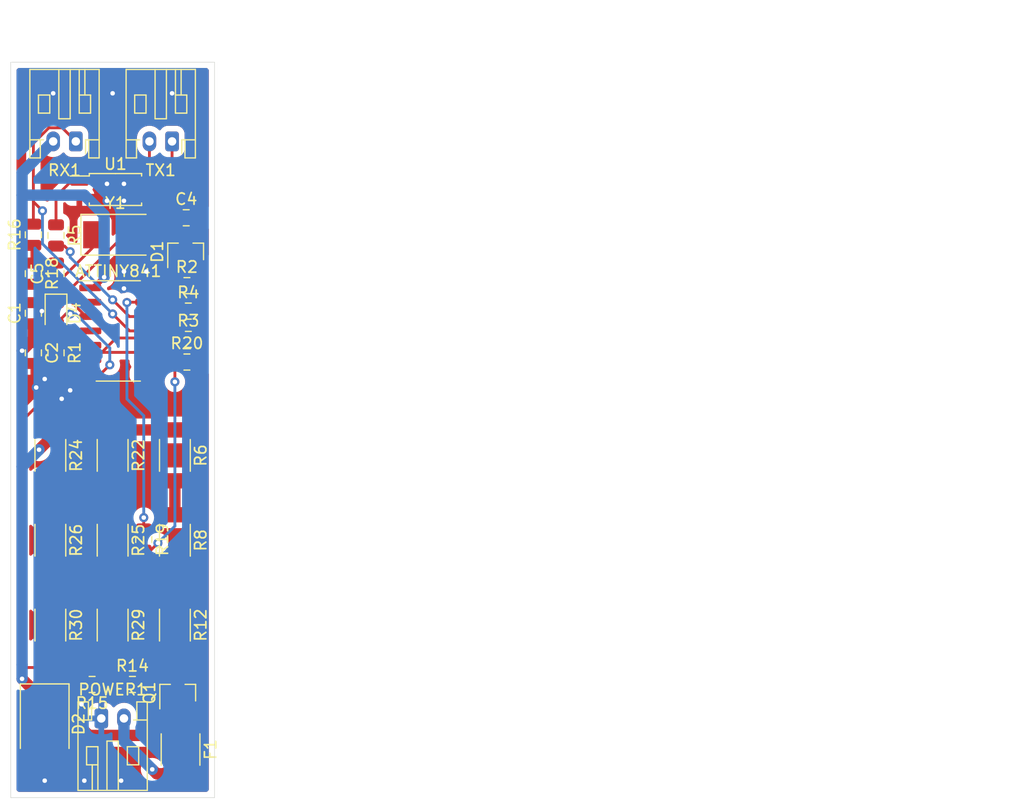
<source format=kicad_pcb>
(kicad_pcb (version 20211014) (generator pcbnew)
  (layers (0 "F.Cu" signal) (31 "B.Cu" signal) (34 "B.Paste" user) (35 "F.Paste" user) (36 "B.SilkS" user "B.Silkscreen") (37 "F.SilkS" user "F.Silkscreen") (38 "B.Mask" user) (39 "F.Mask" user) (44 "Edge.Cuts" user))
  (net 0 "")
  (net 1 "GND")
  (net 2 "VREF")
  (net 3 "TXD0")
  (net 4 "RXD0")
  (net 5 "Net-(ATTINY841-Pad10)")
  (net 6 "SCK")
  (net 7 "MISO")
  (net 8 "Net-(ATTINY841-Pad7)")
  (net 9 "ENABLE")
  (net 10 "DUMP_LOAD_ENABLE")
  (net 11 "Net-(ATTINY841-Pad4)")
  (net 12 "Net-(ATTINY841-Pad3)")
  (net 13 "Net-(ATTINY841-Pad2)")
  (net 14 "VCC")
  (net 15 "Net-(D4-Pad1)")
  (net 16 "Net-(F1-Pad2)")
  (net 17 "Net-(Q1-Pad3)")
  (net 18 "Net-(Q1-Pad1)")
  (net 19 "Net-(R5-Pad1)")
  (net 20 "Net-(R6-Pad2)")
  (net 21 "Net-(R12-Pad1)")
  (net 22 "Net-(R22-Pad2)")
  (net 23 "Net-(R24-Pad2)")
  (net 24 "Net-(R25-Pad2)")
  (net 25 "Net-(R26-Pad2)")
  (net 26 "Net-(TX1-Pad2)")
  (net 27 "Net-(TX1-Pad1)")
  (footprint "Package_SO:SOIC-14_3.9x8.7mm_P1.27mm" (layer "F.Cu") (at 130.5 65.75)
    (fp_text reference "ATTINY841" (at 0 -5.28) (layer "F.SilkS"))
    (fp_text value "ATtiny841-SSU")
    (fp_line (start 0 4.435) (end 1.95 4.435) (layer "F.SilkS") (width 0.12))
    (fp_line (start 0 -4.435) (end -3.45 -4.435) (layer "F.SilkS") (width 0.12))
    (fp_line (start 0 4.435) (end -1.95 4.435) (layer "F.SilkS") (width 0.12))
    (fp_line (start 0 -4.435) (end 1.95 -4.435) (layer "F.SilkS") (width 0.12))
    (pad "1" smd roundrect locked (at -2.475 -3.81) (size 1.95 0.6) (layers "F.Cu" "F.Paste" "F.Mask") (net 14 "VCC"))
    (pad "2" smd roundrect locked (at -2.475 -2.54) (size 1.95 0.6) (layers "F.Cu" "F.Paste" "F.Mask") (net 13 "Net-(ATTINY841-Pad2)"))
    (pad "3" smd roundrect locked (at -2.475 -1.27) (size 1.95 0.6) (layers "F.Cu" "F.Paste" "F.Mask") (net 12 "Net-(ATTINY841-Pad3)"))
    (pad "4" smd roundrect locked (at -2.475 0) (size 1.95 0.6) (layers "F.Cu" "F.Paste" "F.Mask") (net 11 "Net-(ATTINY841-Pad4)"))
    (pad "5" smd roundrect locked (at -2.475 1.27) (size 1.95 0.6) (layers "F.Cu" "F.Paste" "F.Mask") (net 10 "DUMP_LOAD_ENABLE"))
    (pad "6" smd roundrect locked (at -2.475 2.54) (size 1.95 0.6) (layers "F.Cu" "F.Paste" "F.Mask") (net 9 "ENABLE"))
    (pad "7" smd roundrect locked (at -2.475 3.81) (size 1.95 0.6) (layers "F.Cu" "F.Paste" "F.Mask") (net 8 "Net-(ATTINY841-Pad7)"))
    (pad "8" smd roundrect locked (at 2.475 3.81) (size 1.95 0.6) (layers "F.Cu" "F.Paste" "F.Mask") (net 7 "MISO"))
    (pad "9" smd roundrect locked (at 2.475 2.54) (size 1.95 0.6) (layers "F.Cu" "F.Paste" "F.Mask") (net 6 "SCK"))
    (pad "10" smd roundrect locked (at 2.475 1.27) (size 1.95 0.6) (layers "F.Cu" "F.Paste" "F.Mask") (net 5 "Net-(ATTINY841-Pad10)"))
    (pad "11" smd roundrect locked (at 2.475 0) (size 1.95 0.6) (layers "F.Cu" "F.Paste" "F.Mask") (net 4 "RXD0"))
    (pad "12" smd roundrect locked (at 2.475 -1.27) (size 1.95 0.6) (layers "F.Cu" "F.Paste" "F.Mask") (net 3 "TXD0"))
    (pad "13" smd roundrect locked (at 2.475 -2.54) (size 1.95 0.6) (layers "F.Cu" "F.Paste" "F.Mask") (net 2 "VREF"))
    (pad "14" smd roundrect locked (at 2.475 -3.81) (size 1.95 0.6) (layers "F.Cu" "F.Paste" "F.Mask") (net 1 "GND"))
  )
  (footprint "Capacitor_SMD:C_0805_2012Metric" (layer "F.Cu") (at 123 64.1875 90)
    (fp_text reference "C1" (at 0 -1.65 90) (layer "F.SilkS"))
    (fp_text value "100nF")
    (fp_line (start -0.258578 -0.71) (end 0.258578 -0.71) (layer "F.SilkS") (width 0.12))
    (fp_line (start -0.258578 0.71) (end 0.258578 0.71) (layer "F.SilkS") (width 0.12))
    (pad "1" smd roundrect locked (at -0.9375 0 90) (size 0.975 1.4) (layers "F.Cu" "F.Paste" "F.Mask") (net 14 "VCC"))
    (pad "2" smd roundrect locked (at 0.9375 0 90) (size 0.975 1.4) (layers "F.Cu" "F.Paste" "F.Mask") (net 1 "GND"))
  )
  (footprint "Capacitor_SMD:C_0805_2012Metric" (layer "F.Cu") (at 123 67.6875 -90)
    (fp_text reference "C2" (at 0 -1.65 90) (layer "F.SilkS"))
    (fp_text value "1uF")
    (fp_line (start -0.258578 0.71) (end 0.258578 0.71) (layer "F.SilkS") (width 0.12))
    (fp_line (start -0.258578 -0.71) (end 0.258578 -0.71) (layer "F.SilkS") (width 0.12))
    (pad "1" smd roundrect locked (at -0.9375 0 270) (size 0.975 1.4) (layers "F.Cu" "F.Paste" "F.Mask") (net 14 "VCC"))
    (pad "2" smd roundrect locked (at 0.9375 0 270) (size 0.975 1.4) (layers "F.Cu" "F.Paste" "F.Mask") (net 1 "GND"))
  )
  (footprint "Capacitor_SMD:C_0805_2012Metric" (layer "F.Cu") (at 125 60.6875 90)
    (fp_text reference "C5" (at 0 -1.65 90) (layer "F.SilkS"))
    (fp_text value "22pF")
    (fp_line (start -0.258578 -0.71) (end 0.258578 -0.71) (layer "F.SilkS") (width 0.12))
    (fp_line (start -0.258578 0.71) (end 0.258578 0.71) (layer "F.SilkS") (width 0.12))
    (pad "1" smd roundrect locked (at -0.9375 0 90) (size 0.975 1.4) (layers "F.Cu" "F.Paste" "F.Mask") (net 12 "Net-(ATTINY841-Pad3)"))
    (pad "2" smd roundrect locked (at 0.9375 0 90) (size 0.975 1.4) (layers "F.Cu" "F.Paste" "F.Mask") (net 1 "GND"))
  )
  (footprint "Package_TO_SOT_SMD:SOT-23" (layer "F.Cu") (at 136.45 58.75 90)
    (fp_text reference "D1" (at 0 -2.5 90) (layer "F.SilkS"))
    (fp_text value "AZ432ANTR-E1")
    (fp_line (start 0.76 -1.58) (end 0.76 -0.65) (layer "F.SilkS") (width 0.12))
    (fp_line (start 0.76 -1.58) (end -1.4 -1.58) (layer "F.SilkS") (width 0.12))
    (fp_line (start 0.76 1.58) (end -0.7 1.58) (layer "F.SilkS") (width 0.12))
    (fp_line (start 0.76 1.58) (end 0.76 0.65) (layer "F.SilkS") (width 0.12))
    (pad "1" smd rect locked (at -1 -0.95 90) (size 0.9 0.8) (layers "F.Cu" "F.Paste" "F.Mask") (net 2 "VREF"))
    (pad "2" smd rect locked (at -1 0.95 90) (size 0.9 0.8) (layers "F.Cu" "F.Paste" "F.Mask") (net 2 "VREF"))
    (pad "3" smd rect locked (at 1 0 90) (size 0.9 0.8) (layers "F.Cu" "F.Paste" "F.Mask") (net 1 "GND"))
  )
  (footprint "Diode_SMD:D_SMB" (layer "F.Cu") (at 124 100.5 -90)
    (fp_text reference "D2" (at 0 -3 90) (layer "F.SilkS"))
    (fp_text value "SMBJ5.0A")
    (fp_line (start -3.55 -2.15) (end -3.55 2.15) (layer "F.SilkS") (width 0.12))
    (fp_line (start -3.55 2.15) (end 2.15 2.15) (layer "F.SilkS") (width 0.12))
    (fp_line (start -3.55 -2.15) (end 2.15 -2.15) (layer "F.SilkS") (width 0.12))
    (pad "1" smd rect locked (at -2.15 0 270) (size 2.5 2.3) (layers "F.Cu" "F.Paste" "F.Mask") (net 14 "VCC"))
    (pad "2" smd rect locked (at 2.15 0 270) (size 2.5 2.3) (layers "F.Cu" "F.Paste" "F.Mask") (net 1 "GND"))
  )
  (footprint "Fuse:Fuse_1812_4532Metric" (layer "F.Cu") (at 136 102.75 -90)
    (fp_text reference "F1" (at 0 -2.65 90) (layer "F.SilkS"))
    (fp_text value "mSMD150")
    (fp_line (start -1.386252 1.71) (end 1.386252 1.71) (layer "F.SilkS") (width 0.12))
    (fp_line (start -1.386252 -1.71) (end 1.386252 -1.71) (layer "F.SilkS") (width 0.12))
    (pad "1" smd roundrect locked (at -2.1375 0 270) (size 1.125 3.4) (layers "F.Cu" "F.Paste" "F.Mask") (roundrect_rratio 0.222222) (net 14 "VCC"))
    (pad "2" smd roundrect locked (at 2.1375 0 270) (size 1.125 3.4) (layers "F.Cu" "F.Paste" "F.Mask") (roundrect_rratio 0.222222) (net 16 "Net-(F1-Pad2)"))
  )
  (footprint "Connector_JST:JST_PH_S2B-PH-K_1x02_P2.00mm_Horizontal" (layer "F.Cu") (at 129 100)
    (fp_text reference "POWER1" (at 1 -2.55) (layer "F.SilkS"))
    (fp_text value "Battery")
    (fp_line (start -1.3 2.5) (end -1.3 4.1) (layer "F.SilkS") (width 0.12))
    (fp_line (start -1.3 4.1) (end -0.3 4.1) (layer "F.SilkS") (width 0.12))
    (fp_line (start -1.14 0.14) (end -1.14 -1.46) (layer "F.SilkS") (width 0.12))
    (fp_line (start -2.06 0.14) (end -1.14 0.14) (layer "F.SilkS") (width 0.12))
    (fp_line (start -0.3 4.1) (end -0.3 6.36) (layer "F.SilkS") (width 0.12))
    (fp_line (start 0.5 6.36) (end 0.5 2) (layer "F.SilkS") (width 0.12))
    (fp_line (start -0.3 2.5) (end -1.3 2.5) (layer "F.SilkS") (width 0.12))
    (fp_line (start 0.5 2) (end 1.5 2) (layer "F.SilkS") (width 0.12))
    (fp_line (start -2.06 -1.46) (end -2.06 6.36) (layer "F.SilkS") (width 0.12))
    (fp_line (start 2.3 4.1) (end 2.3 2.5) (layer "F.SilkS") (width 0.12))
    (fp_line (start -0.8 4.1) (end -0.8 6.36) (layer "F.SilkS") (width 0.12))
    (fp_line (start -0.86 0.14) (end -0.86 -1.075) (layer "F.SilkS") (width 0.12))
    (fp_line (start -2.06 6.36) (end 4.06 6.36) (layer "F.SilkS") (width 0.12))
    (fp_line (start 2.3 2.5) (end 3.3 2.5) (layer "F.SilkS") (width 0.12))
    (fp_line (start 3.14 0.14) (end 2.86 0.14) (layer "F.SilkS") (width 0.12))
    (fp_line (start 4.06 0.14) (end 3.14 0.14) (layer "F.SilkS") (width 0.12))
    (fp_line (start 3.14 -1.46) (end 3.14 0.14) (layer "F.SilkS") (width 0.12))
    (fp_line (start 1.5 2) (end 1.5 6.36) (layer "F.SilkS") (width 0.12))
    (fp_line (start 4.06 6.36) (end 4.06 -1.46) (layer "F.SilkS") (width 0.12))
    (fp_line (start -1.14 -1.46) (end -2.06 -1.46) (layer "F.SilkS") (width 0.12))
    (fp_line (start -0.3 4.1) (end -0.3 2.5) (layer "F.SilkS") (width 0.12))
    (fp_line (start 3.3 2.5) (end 3.3 4.1) (layer "F.SilkS") (width 0.12))
    (fp_line (start 3.3 4.1) (end 2.3 4.1) (layer "F.SilkS") (width 0.12))
    (fp_line (start -0.86 0.14) (end -1.14 0.14) (layer "F.SilkS") (width 0.12))
    (fp_line (start 4.06 -1.46) (end 3.14 -1.46) (layer "F.SilkS") (width 0.12))
    (pad "1" thru_hole roundrect locked (at 0 0) (size 1.2 1.75) (drill 0.75) (layers *.Cu *.Mask) (roundrect_rratio 0.208333) (net 1 "GND"))
    (pad "2" thru_hole oval locked (at 2 0) (size 1.2 1.75) (drill 0.75) (layers *.Cu *.Mask) (net 16 "Net-(F1-Pad2)"))
  )
  (footprint "Package_TO_SOT_SMD:SOT-23" (layer "F.Cu") (at 135.75 97.75 90)
    (fp_text reference "Q1" (at 0 -2.5 90) (layer "F.SilkS"))
    (fp_text value "AO3400A")
    (fp_line (start 0.76 -1.58) (end 0.76 -0.65) (layer "F.SilkS") (width 0.12))
    (fp_line (start 0.76 1.58) (end 0.76 0.65) (layer "F.SilkS") (width 0.12))
    (fp_line (start 0.76 -1.58) (end -1.4 -1.58) (layer "F.SilkS") (width 0.12))
    (fp_line (start 0.76 1.58) (end -0.7 1.58) (layer "F.SilkS") (width 0.12))
    (pad "1" smd rect locked (at -1 -0.95 90) (size 0.9 0.8) (layers "F.Cu" "F.Paste" "F.Mask") (net 18 "Net-(Q1-Pad1)"))
    (pad "2" smd rect locked (at -1 0.95 90) (size 0.9 0.8) (layers "F.Cu" "F.Paste" "F.Mask") (net 1 "GND"))
    (pad "3" smd rect locked (at 1 0 90) (size 0.9 0.8) (layers "F.Cu" "F.Paste" "F.Mask") (net 17 "Net-(Q1-Pad3)"))
  )
  (footprint "Resistor_SMD:R_0805_2012Metric" (layer "F.Cu") (at 125 67.6875 -90)
    (fp_text reference "R1" (at 0 -1.65 90) (layer "F.SilkS"))
    (fp_text value "10KOHMS")
    (fp_line (start -0.258578 0.71) (end 0.258578 0.71) (layer "F.SilkS") (width 0.12))
    (fp_line (start -0.258578 -0.71) (end 0.258578 -0.71) (layer "F.SilkS") (width 0.12))
    (pad "1" smd roundrect locked (at -0.9375 0 270) (size 0.975 1.4) (layers "F.Cu" "F.Paste" "F.Mask") (net 14 "VCC"))
    (pad "2" smd roundrect locked (at 0.9375 0 270) (size 0.975 1.4) (layers "F.Cu" "F.Paste" "F.Mask") (net 11 "Net-(ATTINY841-Pad4)"))
  )
  (footprint "Resistor_SMD:R_0805_2012Metric" (layer "F.Cu") (at 136.5625 61.75)
    (fp_text reference "R2" (at 0 -1.65) (layer "F.SilkS"))
    (fp_text value "1KOHMS")
    (fp_line (start -0.258578 -0.71) (end 0.258578 -0.71) (layer "F.SilkS") (width 0.12))
    (fp_line (start -0.258578 0.71) (end 0.258578 0.71) (layer "F.SilkS") (width 0.12))
    (pad "1" smd roundrect locked (at -0.9375 0) (size 0.975 1.4) (layers "F.Cu" "F.Paste" "F.Mask") (net 9 "ENABLE"))
    (pad "2" smd roundrect locked (at 0.9375 0) (size 0.975 1.4) (layers "F.Cu" "F.Paste" "F.Mask") (net 2 "VREF"))
  )
  (footprint "Resistor_SMD:R_0805_2012Metric" (layer "F.Cu") (at 136.6875 66.5)
    (fp_text reference "R3" (at 0 -1.65) (layer "F.SilkS"))
    (fp_text value "6.8K")
    (fp_line (start -0.258578 0.71) (end 0.258578 0.71) (layer "F.SilkS") (width 0.12))
    (fp_line (start -0.258578 -0.71) (end 0.258578 -0.71) (layer "F.SilkS") (width 0.12))
    (pad "1" smd roundrect locked (at -0.9375 0) (size 0.975 1.4) (layers "F.Cu" "F.Paste" "F.Mask") (net 9 "ENABLE"))
    (pad "2" smd roundrect locked (at 0.9375 0) (size 0.975 1.4) (layers "F.Cu" "F.Paste" "F.Mask") (net 5 "Net-(ATTINY841-Pad10)"))
  )
  (footprint "Resistor_SMD:R_0805_2012Metric" (layer "F.Cu") (at 136.6875 64)
    (fp_text reference "R4" (at 0 -1.65) (layer "F.SilkS"))
    (fp_text value "2.7K")
    (fp_line (start -0.258578 0.71) (end 0.258578 0.71) (layer "F.SilkS") (width 0.12))
    (fp_line (start -0.258578 -0.71) (end 0.258578 -0.71) (layer "F.SilkS") (width 0.12))
    (pad "1" smd roundrect locked (at -0.9375 0) (size 0.975 1.4) (layers "F.Cu" "F.Paste" "F.Mask") (net 5 "Net-(ATTINY841-Pad10)"))
    (pad "2" smd roundrect locked (at 0.9375 0) (size 0.975 1.4) (layers "F.Cu" "F.Paste" "F.Mask") (net 1 "GND"))
  )
  (footprint "Resistor_SMD:R_0805_2012Metric" (layer "F.Cu") (at 125 57.3125 -90)
    (fp_text reference "R5" (at 0 -1.65 90) (layer "F.SilkS"))
    (fp_text value "220OHMS")
    (fp_line (start -0.258578 -0.71) (end 0.258578 -0.71) (layer "F.SilkS") (width 0.12))
    (fp_line (start -0.258578 0.71) (end 0.258578 0.71) (layer "F.SilkS") (width 0.12))
    (pad "1" smd roundrect locked (at -0.9375 0 270) (size 0.975 1.4) (layers "F.Cu" "F.Paste" "F.Mask") (net 19 "Net-(R5-Pad1)"))
    (pad "2" smd roundrect locked (at 0.9375 0 270) (size 0.975 1.4) (layers "F.Cu" "F.Paste" "F.Mask") (net 3 "TXD0"))
  )
  (footprint "Resistor_SMD:R_2010_5025Metric" (layer "F.Cu") (at 135.5 84.25 -90)
    (fp_text reference "R8" (at 0 -2.28 90) (layer "F.SilkS"))
    (fp_text value "3.3OHM 3/4W")
    (fp_line (start -1.402064 -1.36) (end 1.402064 -1.36) (layer "F.SilkS") (width 0.12))
    (fp_line (start -1.402064 1.36) (end 1.402064 1.36) (layer "F.SilkS") (width 0.12))
    (pad "1" smd roundrect locked (at -2.25 0 270) (size 1.35 2.65) (layers "F.Cu" "F.Paste" "F.Mask") (roundrect_rratio 0.185185) (net 20 "Net-(R6-Pad2)"))
    (pad "2" smd roundrect locked (at 2.25 0 270) (size 1.35 2.65) (layers "F.Cu" "F.Paste" "F.Mask") (roundrect_rratio 0.185185) (net 21 "Net-(R12-Pad1)"))
  )
  (footprint "Resistor_SMD:R_2010_5025Metric" (layer "F.Cu") (at 135.5 91.75 -90)
    (fp_text reference "R12" (at 0 -2.28 90) (layer "F.SilkS"))
    (fp_text value "3.3OHM 3/4W")
    (fp_line (start -1.402064 1.36) (end 1.402064 1.36) (layer "F.SilkS") (width 0.12))
    (fp_line (start -1.402064 -1.36) (end 1.402064 -1.36) (layer "F.SilkS") (width 0.12))
    (pad "1" smd roundrect locked (at -2.25 0 270) (size 1.35 2.65) (layers "F.Cu" "F.Paste" "F.Mask") (roundrect_rratio 0.185185) (net 21 "Net-(R12-Pad1)"))
    (pad "2" smd roundrect locked (at 2.25 0 270) (size 1.35 2.65) (layers "F.Cu" "F.Paste" "F.Mask") (roundrect_rratio 0.185185) (net 17 "Net-(Q1-Pad3)"))
  )
  (footprint "Resistor_SMD:R_0805_2012Metric" (layer "F.Cu") (at 131.75 97)
    (fp_text reference "R14" (at 0 -1.65) (layer "F.SilkS"))
    (fp_text value "510OHMS")
    (fp_line (start -0.258578 0.71) (end 0.258578 0.71) (layer "F.SilkS") (width 0.12))
    (fp_line (start -0.258578 -0.71) (end 0.258578 -0.71) (layer "F.SilkS") (width 0.12))
    (pad "1" smd roundrect locked (at -0.9375 0) (size 0.975 1.4) (layers "F.Cu" "F.Paste" "F.Mask") (net 18 "Net-(Q1-Pad1)"))
    (pad "2" smd roundrect locked (at 0.9375 0) (size 0.975 1.4) (layers "F.Cu" "F.Paste" "F.Mask") (net 10 "DUMP_LOAD_ENABLE"))
  )
  (footprint "Resistor_SMD:R_0805_2012Metric" (layer "F.Cu") (at 128.1875 97 180)
    (fp_text reference "R15" (at 0 -1.65) (layer "F.SilkS"))
    (fp_text value "10KOHMS")
    (fp_line (start -0.258578 -0.71) (end 0.258578 -0.71) (layer "F.SilkS") (width 0.12))
    (fp_line (start -0.258578 0.71) (end 0.258578 0.71) (layer "F.SilkS") (width 0.12))
    (pad "1" smd roundrect locked (at -0.9375 0 180) (size 0.975 1.4) (layers "F.Cu" "F.Paste" "F.Mask") (net 18 "Net-(Q1-Pad1)"))
    (pad "2" smd roundrect locked (at 0.9375 0 180) (size 0.975 1.4) (layers "F.Cu" "F.Paste" "F.Mask") (net 1 "GND"))
  )
  (footprint "Resistor_SMD:R_0805_2012Metric" (layer "F.Cu") (at 123 57.25 90)
    (fp_text reference "R16" (at 0 -1.65 90) (layer "F.SilkS"))
    (fp_text value "4.7KOHMS")
    (fp_line (start -0.258578 0.71) (end 0.258578 0.71) (layer "F.SilkS") (width 0.12))
    (fp_line (start -0.258578 -0.71) (end 0.258578 -0.71) (layer "F.SilkS") (width 0.12))
    (pad "1" smd roundrect locked (at -0.9375 0 90) (size 0.975 1.4) (layers "F.Cu" "F.Paste" "F.Mask") (net 1 "GND"))
    (pad "2" smd roundrect locked (at 0.9375 0 90) (size 0.975 1.4) (layers "F.Cu" "F.Paste" "F.Mask") (net 4 "RXD0"))
  )
  (footprint "Resistor_SMD:R_0805_2012Metric" (layer "F.Cu") (at 123 60.6875 -90)
    (fp_text reference "R18" (at 0 -1.65 90) (layer "F.SilkS"))
    (fp_text value "2.2KOHMS")
    (fp_line (start -0.258578 -0.71) (end 0.258578 -0.71) (layer "F.SilkS") (width 0.12))
    (fp_line (start -0.258578 0.71) (end 0.258578 0.71) (layer "F.SilkS") (width 0.12))
    (pad "1" smd roundrect locked (at -0.9375 0 270) (size 0.975 1.4) (layers "F.Cu" "F.Paste" "F.Mask") (net 1 "GND"))
    (pad "2" smd roundrect locked (at 0.9375 0 270) (size 0.975 1.4) (layers "F.Cu" "F.Paste" "F.Mask") (net 15 "Net-(D4-Pad1)"))
  )
  (footprint "Resistor_SMD:R_0805_2012Metric" (layer "F.Cu") (at 132.75 84.1875 -90)
    (fp_text reference "R19" (at 0 -1.65 90) (layer "F.SilkS"))
    (fp_text value "CMFB103F3950FANT")
    (fp_line (start -0.258578 -0.71) (end 0.258578 -0.71) (layer "F.SilkS") (width 0.12))
    (fp_line (start -0.258578 0.71) (end 0.258578 0.71) (layer "F.SilkS") (width 0.12))
    (pad "1" smd roundrect locked (at -0.9375 0 270) (size 0.975 1.4) (layers "F.Cu" "F.Paste" "F.Mask") (net 2 "VREF"))
    (pad "2" smd roundrect locked (at 0.9375 0 270) (size 0.975 1.4) (layers "F.Cu" "F.Paste" "F.Mask") (net 6 "SCK"))
  )
  (footprint "Resistor_SMD:R_0805_2012Metric" (layer "F.Cu") (at 136.5625 68.5)
    (fp_text reference "R20" (at 0 -1.65) (layer "F.SilkS"))
    (fp_text value "10KOHMS")
    (fp_line (start -0.258578 -0.71) (end 0.258578 -0.71) (layer "F.SilkS") (width 0.12))
    (fp_line (start -0.258578 0.71) (end 0.258578 0.71) (layer "F.SilkS") (width 0.12))
    (pad "1" smd roundrect locked (at -0.9375 0) (size 0.975 1.4) (layers "F.Cu" "F.Paste" "F.Mask") (net 6 "SCK"))
    (pad "2" smd roundrect locked (at 0.9375 0) (size 0.975 1.4) (layers "F.Cu" "F.Paste" "F.Mask") (net 1 "GND"))
  )
  (footprint "Resistor_SMD:R_2010_5025Metric" (layer "F.Cu") (at 130 84.25 -90)
    (fp_text reference "R25" (at 0 -2.28 90) (layer "F.SilkS"))
    (fp_text value "3.3OHM 3/4W")
    (fp_line (start -1.402064 -1.36) (end 1.402064 -1.36) (layer "F.SilkS") (width 0.12))
    (fp_line (start -1.402064 1.36) (end 1.402064 1.36) (layer "F.SilkS") (width 0.12))
    (pad "1" smd roundrect locked (at -2.25 0 270) (size 1.35 2.65) (layers "F.Cu" "F.Paste" "F.Mask") (roundrect_rratio 0.185185) (net 22 "Net-(R22-Pad2)"))
    (pad "2" smd roundrect locked (at 2.25 0 270) (size 1.35 2.65) (layers "F.Cu" "F.Paste" "F.Mask") (roundrect_rratio 0.185185) (net 24 "Net-(R25-Pad2)"))
  )
  (footprint "Resistor_SMD:R_2010_5025Metric" (layer "F.Cu") (at 124.5 84.25 -90)
    (fp_text reference "R26" (at 0 -2.28 90) (layer "F.SilkS"))
    (fp_text value "3.3OHM 3/4W")
    (fp_line (start -1.402064 1.36) (end 1.402064 1.36) (layer "F.SilkS") (width 0.12))
    (fp_line (start -1.402064 -1.36) (end 1.402064 -1.36) (layer "F.SilkS") (width 0.12))
    (pad "1" smd roundrect locked (at -2.25 0 270) (size 1.35 2.65) (layers "F.Cu" "F.Paste" "F.Mask") (roundrect_rratio 0.185185) (net 23 "Net-(R24-Pad2)"))
    (pad "2" smd roundrect locked (at 2.25 0 270) (size 1.35 2.65) (layers "F.Cu" "F.Paste" "F.Mask") (roundrect_rratio 0.185185) (net 25 "Net-(R26-Pad2)"))
  )
  (footprint "Resistor_SMD:R_2010_5025Metric" (layer "F.Cu") (at 130 91.75 -90)
    (fp_text reference "R29" (at 0 -2.28 90) (layer "F.SilkS"))
    (fp_text value "3.3OHM 3/4W")
    (fp_line (start -1.402064 -1.36) (end 1.402064 -1.36) (layer "F.SilkS") (width 0.12))
    (fp_line (start -1.402064 1.36) (end 1.402064 1.36) (layer "F.SilkS") (width 0.12))
    (pad "1" smd roundrect locked (at -2.25 0 270) (size 1.35 2.65) (layers "F.Cu" "F.Paste" "F.Mask") (roundrect_rratio 0.185185) (net 24 "Net-(R25-Pad2)"))
    (pad "2" smd roundrect locked (at 2.25 0 270) (size 1.35 2.65) (layers "F.Cu" "F.Paste" "F.Mask") (roundrect_rratio 0.185185) (net 17 "Net-(Q1-Pad3)"))
  )
  (footprint "Resistor_SMD:R_2010_5025Metric" (layer "F.Cu") (at 124.5 91.75 -90)
    (fp_text reference "R30" (at 0 -2.28 90) (layer "F.SilkS"))
    (fp_text value "3.3OHM 3/4W")
    (fp_line (start -1.402064 -1.36) (end 1.402064 -1.36) (layer "F.SilkS") (width 0.12))
    (fp_line (start -1.402064 1.36) (end 1.402064 1.36) (layer "F.SilkS") (width 0.12))
    (pad "1" smd roundrect locked (at -2.25 0 270) (size 1.35 2.65) (layers "F.Cu" "F.Paste" "F.Mask") (roundrect_rratio 0.185185) (net 25 "Net-(R26-Pad2)"))
    (pad "2" smd roundrect locked (at 2.25 0 270) (size 1.35 2.65) (layers "F.Cu" "F.Paste" "F.Mask") (roundrect_rratio 0.185185) (net 17 "Net-(Q1-Pad3)"))
  )
  (footprint "Connector_JST:JST_PH_S2B-PH-K_1x02_P2.00mm_Horizontal" (layer "F.Cu") (at 126.75 49 180)
    (fp_text reference "RX1" (at 1 -2.55) (layer "F.SilkS"))
    (fp_text value "RX Connector")
    (fp_line (start 2.3 2.5) (end 3.3 2.5) (layer "F.SilkS") (width 0.12))
    (fp_line (start -1.3 4.1) (end -0.3 4.1) (layer "F.SilkS") (width 0.12))
    (fp_line (start -0.3 4.1) (end -0.3 6.36) (layer "F.SilkS") (width 0.12))
    (fp_line (start -1.14 -1.46) (end -2.06 -1.46) (layer "F.SilkS") (width 0.12))
    (fp_line (start -0.86 0.14) (end -1.14 0.14) (layer "F.SilkS") (width 0.12))
    (fp_line (start -0.3 4.1) (end -0.3 2.5) (layer "F.SilkS") (width 0.12))
    (fp_line (start -0.86 0.14) (end -0.86 -1.075) (layer "F.SilkS") (width 0.12))
    (fp_line (start -2.06 -1.46) (end -2.06 6.36) (layer "F.SilkS") (width 0.12))
    (fp_line (start 4.06 6.36) (end 4.06 -1.46) (layer "F.SilkS") (width 0.12))
    (fp_line (start 0.5 2) (end 1.5 2) (layer "F.SilkS") (width 0.12))
    (fp_line (start -2.06 0.14) (end -1.14 0.14) (layer "F.SilkS") (width 0.12))
    (fp_line (start 1.5 2) (end 1.5 6.36) (layer "F.SilkS") (width 0.12))
    (fp_line (start 2.3 4.1) (end 2.3 2.5) (layer "F.SilkS") (width 0.12))
    (fp_line (start -1.3 2.5) (end -1.3 4.1) (layer "F.SilkS") (width 0.12))
    (fp_line (start 3.3 4.1) (end 2.3 4.1) (layer "F.SilkS") (width 0.12))
    (fp_line (start -1.14 0.14) (end -1.14 -1.46) (layer "F.SilkS") (width 0.12))
    (fp_line (start 4.06 -1.46) (end 3.14 -1.46) (layer "F.SilkS") (width 0.12))
    (fp_line (start 3.14 -1.46) (end 3.14 0.14) (layer "F.SilkS") (width 0.12))
    (fp_line (start -2.06 6.36) (end 4.06 6.36) (layer "F.SilkS") (width 0.12))
    (fp_line (start 4.06 0.14) (end 3.14 0.14) (layer "F.SilkS") (width 0.12))
    (fp_line (start 3.14 0.14) (end 2.86 0.14) (layer "F.SilkS") (width 0.12))
    (fp_line (start -0.8 4.1) (end -0.8 6.36) (layer "F.SilkS") (width 0.12))
    (fp_line (start 0.5 6.36) (end 0.5 2) (layer "F.SilkS") (width 0.12))
    (fp_line (start -0.3 2.5) (end -1.3 2.5) (layer "F.SilkS") (width 0.12))
    (fp_line (start 3.3 2.5) (end 3.3 4.1) (layer "F.SilkS") (width 0.12))
    (pad "1" thru_hole roundrect locked (at 0 0 180) (size 1.2 1.75) (drill 0.75) (layers *.Cu *.Mask) (roundrect_rratio 0.208333) (net 4 "RXD0"))
    (pad "2" thru_hole oval locked (at 2 0 180) (size 1.2 1.75) (drill 0.75) (layers *.Cu *.Mask) (net 14 "VCC"))
  )
  (footprint "Connector_JST:JST_PH_S2B-PH-K_1x02_P2.00mm_Horizontal" (layer "F.Cu") (at 135.25 49 180)
    (fp_text reference "TX1" (at 1 -2.55) (layer "F.SilkS"))
    (fp_text value "TX Connector")
    (fp_line (start -0.86 0.14) (end -1.14 0.14) (layer "F.SilkS") (width 0.12))
    (fp_line (start 0.5 6.36) (end 0.5 2) (layer "F.SilkS") (width 0.12))
    (fp_line (start -2.06 6.36) (end 4.06 6.36) (layer "F.SilkS") (width 0.12))
    (fp_line (start -1.3 4.1) (end -0.3 4.1) (layer "F.SilkS") (width 0.12))
    (fp_line (start 3.14 -1.46) (end 3.14 0.14) (layer "F.SilkS") (width 0.12))
    (fp_line (start 4.06 6.36) (end 4.06 -1.46) (layer "F.SilkS") (width 0.12))
    (fp_line (start -2.06 0.14) (end -1.14 0.14) (layer "F.SilkS") (width 0.12))
    (fp_line (start 2.3 2.5) (end 3.3 2.5) (layer "F.SilkS") (width 0.12))
    (fp_line (start 4.06 -1.46) (end 3.14 -1.46) (layer "F.SilkS") (width 0.12))
    (fp_line (start -0.3 2.5) (end -1.3 2.5) (layer "F.SilkS") (width 0.12))
    (fp_line (start -0.3 4.1) (end -0.3 2.5) (layer "F.SilkS") (width 0.12))
    (fp_line (start -1.14 0.14) (end -1.14 -1.46) (layer "F.SilkS") (width 0.12))
    (fp_line (start -1.3 2.5) (end -1.3 4.1) (layer "F.SilkS") (width 0.12))
    (fp_line (start 3.3 2.5) (end 3.3 4.1) (layer "F.SilkS") (width 0.12))
    (fp_line (start 4.06 0.14) (end 3.14 0.14) (layer "F.SilkS") (width 0.12))
    (fp_line (start 3.14 0.14) (end 2.86 0.14) (layer "F.SilkS") (width 0.12))
    (fp_line (start 0.5 2) (end 1.5 2) (layer "F.SilkS") (width 0.12))
    (fp_line (start 1.5 2) (end 1.5 6.36) (layer "F.SilkS") (width 0.12))
    (fp_line (start -0.8 4.1) (end -0.8 6.36) (layer "F.SilkS") (width 0.12))
    (fp_line (start -1.14 -1.46) (end -2.06 -1.46) (layer "F.SilkS") (width 0.12))
    (fp_line (start -0.86 0.14) (end -0.86 -1.075) (layer "F.SilkS") (width 0.12))
    (fp_line (start 3.3 4.1) (end 2.3 4.1) (layer "F.SilkS") (width 0.12))
    (fp_line (start -0.3 4.1) (end -0.3 6.36) (layer "F.SilkS") (width 0.12))
    (fp_line (start 2.3 4.1) (end 2.3 2.5) (layer "F.SilkS") (width 0.12))
    (fp_line (start -2.06 -1.46) (end -2.06 6.36) (layer "F.SilkS") (width 0.12))
    (pad "1" thru_hole roundrect locked (at 0 0 180) (size 1.2 1.75) (drill 0.75) (layers *.Cu *.Mask) (roundrect_rratio 0.208333) (net 27 "Net-(TX1-Pad1)"))
    (pad "2" thru_hole oval locked (at 2 0 180) (size 1.2 1.75) (drill 0.75) (layers *.Cu *.Mask) (net 26 "Net-(TX1-Pad2)"))
  )
  (footprint "Crystal:Crystal_SMD_5032-2Pin_5.0x3.2mm" (layer "F.Cu") (at 130.25 57.25)
    (fp_text reference "Y1" (at 0 -2.8) (layer "F.SilkS"))
    (fp_text value "8MHZ Ceramic Resonator")
    (fp_line (start -3.05 -1.8) (end -3.05 1.8) (layer "F.SilkS") (width 0.12))
    (fp_line (start -3.05 1.8) (end 2.7 1.8) (layer "F.SilkS") (width 0.12))
    (fp_line (start 2.7 -1.8) (end -3.05 -1.8) (layer "F.SilkS") (width 0.12))
    (pad "1" smd rect locked (at -1.85 0) (size 2 2.4) (layers "F.Cu" "F.Paste" "F.Mask") (net 12 "Net-(ATTINY841-Pad3)"))
    (pad "2" smd rect locked (at 1.85 0) (size 2 2.4) (layers "F.Cu" "F.Paste" "F.Mask") (net 13 "Net-(ATTINY841-Pad2)"))
  )
  (footprint "LED_SMD:LED_0805_2012Metric" (layer "F.Cu") (at 125 64.1875 -90)
    (fp_text reference "D4" (at 0 -1.65 90) (layer "F.SilkS"))
    (fp_text value "Blue")
    (fp_line (start -1.685 0.96) (end 1 0.96) (layer "F.SilkS") (width 0.12))
    (fp_line (start -1.685 -0.96) (end -1.685 0.96) (layer "F.SilkS") (width 0.12))
    (fp_line (start 1 -0.96) (end -1.685 -0.96) (layer "F.SilkS") (width 0.12))
    (pad "1" smd roundrect locked (at -0.9375 0 270) (size 0.975 1.4) (layers "F.Cu" "F.Paste" "F.Mask") (net 15 "Net-(D4-Pad1)"))
    (pad "2" smd roundrect locked (at 0.9375 0 270) (size 0.975 1.4) (layers "F.Cu" "F.Paste" "F.Mask") (net 8 "Net-(ATTINY841-Pad7)"))
  )
  (footprint "Package_SO:SOP-4_4.4x2.6mm_P1.27mm" (layer "F.Cu") (at 130.25 53.25)
    (fp_text reference "U1" (at 0 -2.25) (layer "F.SilkS"))
    (fp_text value "EL3H7(B)(TA)-G")
    (fp_line (start 0 1.41) (end 2.31 1.41) (layer "F.SilkS") (width 0.12))
    (fp_line (start 0 1.41) (end -2.31 1.41) (layer "F.SilkS") (width 0.12))
    (fp_line (start -2.31 -1.41) (end -2.31 -1.195) (layer "F.SilkS") (width 0.12))
    (fp_line (start 2.31 1.41) (end 2.31 1.195) (layer "F.SilkS") (width 0.12))
    (fp_line (start -2.31 -1.195) (end -4 -1.195) (layer "F.SilkS") (width 0.12))
    (fp_line (start 0 -1.41) (end 2.31 -1.41) (layer "F.SilkS") (width 0.12))
    (fp_line (start 0 -1.41) (end -2.31 -1.41) (layer "F.SilkS") (width 0.12))
    (fp_line (start -2.31 1.41) (end -2.31 1.195) (layer "F.SilkS") (width 0.12))
    (fp_line (start 2.31 -1.41) (end 2.31 -1.195) (layer "F.SilkS") (width 0.12))
    (pad "1" smd roundrect locked (at -3.1875 -0.635) (size 1.625 0.6) (layers "F.Cu" "F.Paste" "F.Mask") (net 19 "Net-(R5-Pad1)"))
    (pad "2" smd roundrect locked (at -3.1875 0.635) (size 1.625 0.6) (layers "F.Cu" "F.Paste" "F.Mask") (net 1 "GND"))
    (pad "3" smd roundrect locked (at 3.1875 0.635) (size 1.625 0.6) (layers "F.Cu" "F.Paste" "F.Mask") (net 27 "Net-(TX1-Pad1)"))
    (pad "4" smd roundrect locked (at 3.1875 -0.635) (size 1.625 0.6) (layers "F.Cu" "F.Paste" "F.Mask") (net 26 "Net-(TX1-Pad2)"))
  )
  (footprint "Resistor_SMD:R_2010_5025Metric" (layer "F.Cu") (at 124.5 76.75 -90)
    (fp_text reference "R24" (at 0 -2.28 90) (layer "F.SilkS"))
    (fp_text value "3.3OHM 3/4W")
    (fp_line (start -1.402064 1.36) (end 1.402064 1.36) (layer "F.SilkS") (width 0.12))
    (fp_line (start -1.402064 -1.36) (end 1.402064 -1.36) (layer "F.SilkS") (width 0.12))
    (pad "1" smd roundrect locked (at -2.25 0 270) (size 1.35 2.65) (layers "F.Cu" "F.Paste" "F.Mask") (roundrect_rratio 0.185185) (net 14 "VCC"))
    (pad "2" smd roundrect locked (at 2.25 0 270) (size 1.35 2.65) (layers "F.Cu" "F.Paste" "F.Mask") (roundrect_rratio 0.185185) (net 23 "Net-(R24-Pad2)"))
  )
  (footprint "Resistor_SMD:R_2010_5025Metric" (layer "F.Cu") (at 135.5 76.75 -90)
    (fp_text reference "R6" (at 0 -2.28 90) (layer "F.SilkS"))
    (fp_text value "3.3OHM 3/4W")
    (fp_line (start -1.402064 1.36) (end 1.402064 1.36) (layer "F.SilkS") (width 0.12))
    (fp_line (start -1.402064 -1.36) (end 1.402064 -1.36) (layer "F.SilkS") (width 0.12))
    (pad "1" smd roundrect locked (at -2.25 0 270) (size 1.35 2.65) (layers "F.Cu" "F.Paste" "F.Mask") (roundrect_rratio 0.185185) (net 14 "VCC"))
    (pad "2" smd roundrect locked (at 2.25 0 270) (size 1.35 2.65) (layers "F.Cu" "F.Paste" "F.Mask") (roundrect_rratio 0.185185) (net 20 "Net-(R6-Pad2)"))
  )
  (footprint "Resistor_SMD:R_2010_5025Metric" (layer "F.Cu") (at 130 76.75 -90)
    (fp_text reference "R22" (at 0 -2.28 90) (layer "F.SilkS"))
    (fp_text value "3.3OHM 3/4W")
    (fp_line (start -1.402064 -1.36) (end 1.402064 -1.36) (layer "F.SilkS") (width 0.12))
    (fp_line (start -1.402064 1.36) (end 1.402064 1.36) (layer "F.SilkS") (width 0.12))
    (pad "1" smd roundrect locked (at -2.25 0 270) (size 1.35 2.65) (layers "F.Cu" "F.Paste" "F.Mask") (roundrect_rratio 0.185185) (net 14 "VCC"))
    (pad "2" smd roundrect locked (at 2.25 0 270) (size 1.35 2.65) (layers "F.Cu" "F.Paste" "F.Mask") (roundrect_rratio 0.185185) (net 22 "Net-(R22-Pad2)"))
  )
  (footprint "Capacitor_SMD:C_0805_2012Metric" (layer "F.Cu") (at 136.5 55.75)
    (fp_text reference "C4" (at 0 -1.65) (layer "F.SilkS"))
    (fp_text value "22pF")
    (fp_line (start -0.258578 0.71) (end 0.258578 0.71) (layer "F.SilkS") (width 0.12))
    (fp_line (start -0.258578 -0.71) (end 0.258578 -0.71) (layer "F.SilkS") (width 0.12))
    (pad "1" smd roundrect locked (at -0.9375 0) (size 0.975 1.4) (layers "F.Cu" "F.Paste" "F.Mask") (net 13 "Net-(ATTINY841-Pad2)"))
    (pad "2" smd roundrect locked (at 0.9375 0) (size 0.975 1.4) (layers "F.Cu" "F.Paste" "F.Mask") (net 1 "GND"))
  )
  (gr_line (start 121 107) (end 121 42) (layer "Edge.Cuts") (width 0.05))
  (gr_line (start 121 42) (end 139 42) (layer "Edge.Cuts") (width 0.05))
  (gr_line (start 139 42) (end 139 107) (layer "Edge.Cuts") (width 0.05))
  (gr_line (start 139 107) (end 121 107) (layer "Edge.Cuts") (width 0.05))
  (segment (start 124 101.9) (end 123.9 101.9) (width 0.25) (layer "F.Cu") (net 1))
  (segment (start 132.975 60.575) (end 132.975 60.575) (width 0.25) (layer "F.Cu") (net 1))
  (segment (start 136.45 57.75) (end 135.725 57.75) (width 0.25) (layer "F.Cu") (net 1))
  (segment (start 135.725 57.75) (end 132.975 60.5) (width 0.25) (layer "F.Cu") (net 1))
  (segment (start 137.4375 55.75) (end 137.4375 56.7625) (width 0.25) (layer "F.Cu") (net 1))
  (segment (start 137.4375 56.7625) (end 136.45 57.75) (width 0.25) (layer "F.Cu") (net 1))
  (segment (start 123 63.25) (end 123.75 64) (width 0.25) (layer "F.Cu") (net 1))
  (segment (start 132.975 61.94) (end 132.975 60.5) (width 0.25) (layer "F.Cu") (net 1))
  (via (at 132.975 60.5) (size 0.8) (drill 0.4) (layers "F.Cu" "B.Cu") (net 1))
  (via (at 124 70) (size 0.8) (drill 0.4) (layers "F.Cu" "B.Cu") (net 1))
  (via (at 129.5 54.25) (size 0.8) (drill 0.4) (layers "F.Cu" "B.Cu") (net 1))
  (via (at 124 105.5) (size 0.8) (drill 0.4) (layers "F.Cu" "B.Cu") (net 1))
  (via (at 131 54.25) (size 0.8) (drill 0.4) (layers "F.Cu" "B.Cu") (net 1))
  (via (at 127.25 98.75) (size 0.8) (drill 0.4) (layers "F.Cu" "B.Cu") (net 1))
  (via (at 131 60.5) (size 0.8) (drill 0.4) (layers "F.Cu" "B.Cu") (net 1))
  (via (at 131 62) (size 0.8) (drill 0.4) (layers "F.Cu" "B.Cu") (net 1))
  (via (at 124.75 44.75) (size 0.8) (drill 0.4) (layers "F.Cu" "B.Cu") (net 1))
  (via (at 126.25 71) (size 0.8) (drill 0.4) (layers "F.Cu" "B.Cu") (net 1))
  (via (at 130 44.75) (size 0.8) (drill 0.4) (layers "F.Cu" "B.Cu") (net 1))
  (via (at 123.75 64) (size 0.8) (drill 0.4) (layers "F.Cu" "B.Cu") (net 1))
  (via (at 131 52.75) (size 0.8) (drill 0.4) (layers "F.Cu" "B.Cu") (net 1))
  (via (at 130.75 105.5) (size 0.8) (drill 0.4) (layers "F.Cu" "B.Cu") (net 1))
  (via (at 135.25 44.75) (size 0.8) (drill 0.4) (layers "F.Cu" "B.Cu") (net 1))
  (via (at 127.5 105.5) (size 0.8) (drill 0.4) (layers "F.Cu" "B.Cu") (net 1))
  (via (at 129.5 52.75) (size 0.8) (drill 0.4) (layers "F.Cu" "B.Cu") (net 1))
  (via (at 125.5 71.75) (size 0.8) (drill 0.4) (layers "F.Cu" "B.Cu") (net 1))
  (via (at 123.25 70.75) (size 0.8) (drill 0.4) (layers "F.Cu" "B.Cu") (net 1))
  (segment (start 137.4 59.75) (end 137.4 61.65) (width 0.25) (layer "F.Cu") (net 2))
  (segment (start 134.27501 62.286758) (end 133.351768 63.21) (width 0.25) (layer "F.Cu") (net 2))
  (segment (start 135.5 59.75) (end 137.4 59.75) (width 0.25) (layer "F.Cu") (net 2))
  (segment (start 135.5 59.75) (end 134.27501 60.97499) (width 0.25) (layer "F.Cu") (net 2))
  (segment (start 137.4 61.65) (end 137.5 61.75) (width 0.25) (layer "F.Cu") (net 2))
  (segment (start 132.975 63.21) (end 131.29 63.21) (width 0.25) (layer "F.Cu") (net 2))
  (segment (start 134.27501 60.97499) (end 134.27501 62.286758) (width 0.25) (layer "F.Cu") (net 2))
  (segment (start 132.75 83.25) (end 132.75 82.25) (width 0.25) (layer "F.Cu") (net 2))
  (segment (start 133.351768 63.21) (end 132.975 63.21) (width 0.25) (layer "F.Cu") (net 2))
  (segment (start 131.29 63.21) (end 131.262653 63.237347) (width 0.25) (layer "F.Cu") (net 2))
  (via (at 132.75 82.25) (size 0.8) (drill 0.4) (layers "F.Cu" "B.Cu") (net 2))
  (via (at 131.262653 63.237347) (size 0.8) (drill 0.4) (layers "F.Cu" "B.Cu") (net 2))
  (segment (start 131.262653 71.762653) (end 132.75 73.25) (width 0.25) (layer "B.Cu") (net 2))
  (segment (start 131.262653 63.237347) (end 131.262653 71.762653) (width 0.25) (layer "B.Cu") (net 2))
  (segment (start 132.75 73.25) (end 132.75 82.25) (width 0.25) (layer "B.Cu") (net 2))
  (segment (start 132.975 64.48) (end 131.48 64.48) (width 0.25) (layer "F.Cu") (net 3))
  (segment (start 131.48 64.48) (end 130.25 63.25) (width 0.25) (layer "F.Cu") (net 3))
  (segment (start 125 58.25) (end 125.75 58.25) (width 0.25) (layer "F.Cu") (net 3))
  (segment (start 125.75 58.25) (end 126.25 58.75) (width 0.25) (layer "F.Cu") (net 3))
  (via (at 130 63) (size 0.8) (drill 0.4) (layers "F.Cu" "B.Cu") (net 3))
  (via (at 126.25 58.75) (size 0.8) (drill 0.4) (layers "F.Cu" "B.Cu") (net 3))
  (segment (start 126.25 59.25) (end 126.25 58.75) (width 0.25) (layer "B.Cu") (net 3))
  (segment (start 130 63) (end 126.25 59.25) (width 0.25) (layer "B.Cu") (net 3))
  (segment (start 123 49.166839) (end 123 54) (width 0.25) (layer "F.Cu") (net 4))
  (segment (start 123 54) (end 123 56.3125) (width 0.25) (layer "F.Cu") (net 4))
  (segment (start 125.54999 47.79999) (end 124.366849 47.79999) (width 0.25) (layer "F.Cu") (net 4))
  (segment (start 131.5 65.75) (end 130.25 64.5) (width 0.25) (layer "F.Cu") (net 4))
  (segment (start 132.975 65.75) (end 131.5 65.75) (width 0.25) (layer "F.Cu") (net 4))
  (segment (start 123.801548 55.133729) (end 123 54.332181) (width 0.25) (layer "F.Cu") (net 4))
  (segment (start 126.75 49) (end 125.54999 47.79999) (width 0.25) (layer "F.Cu") (net 4))
  (segment (start 123 54.332181) (end 123 54) (width 0.25) (layer "F.Cu") (net 4))
  (segment (start 124.366849 47.79999) (end 123 49.166839) (width 0.25) (layer "F.Cu") (net 4))
  (via (at 130 64.25) (size 0.8) (drill 0.4) (layers "F.Cu" "B.Cu") (net 4))
  (via (at 123.801548 55.133729) (size 0.8) (drill 0.4) (layers "F.Cu" "B.Cu") (net 4))
  (segment (start 123.801548 58.051548) (end 123.801548 55.133729) (width 0.25) (layer "B.Cu") (net 4))
  (segment (start 130 64.25) (end 123.801548 58.051548) (width 0.25) (layer "B.Cu") (net 4))
  (segment (start 135.75 64) (end 135.75 64.5) (width 0.25) (layer "F.Cu") (net 5))
  (segment (start 134.72502 65.02498) (end 134.725019 66.283159) (width 0.25) (layer "F.Cu") (net 5))
  (segment (start 137.625 66.5) (end 137.75 66.5) (width 0.25) (layer "F.Cu") (net 5))
  (segment (start 137.75 66.5) (end 137.75 66) (width 0.25) (layer "F.Cu") (net 5))
  (segment (start 133.988178 67.02) (end 132.975 67.02) (width 0.25) (layer "F.Cu") (net 5))
  (segment (start 135.75 64) (end 134.72502 65.02498) (width 0.25) (layer "F.Cu") (net 5))
  (segment (start 137.75 66) (end 135.75 64) (width 0.25) (layer "F.Cu") (net 5))
  (segment (start 134.725019 66.283159) (end 133.988178 67.02) (width 0.25) (layer "F.Cu") (net 5))
  (segment (start 135.5 70.25) (end 135.5 68.625) (width 0.25) (layer "F.Cu") (net 6))
  (segment (start 133.375 85.125) (end 134 84.5) (width 0.25) (layer "F.Cu") (net 6))
  (segment (start 132.975 68.29) (end 135.415 68.29) (width 0.25) (layer "F.Cu") (net 6))
  (segment (start 135.415 68.29) (end 135.625 68.5) (width 0.25) (layer "F.Cu") (net 6))
  (segment (start 135.5 68.625) (end 135.625 68.5) (width 0.25) (layer "F.Cu") (net 6))
  (segment (start 132.75 85.125) (end 133.375 85.125) (width 0.25) (layer "F.Cu") (net 6))
  (via (at 134 84.5) (size 0.8) (drill 0.4) (layers "F.Cu" "B.Cu") (net 6))
  (via (at 135.5 70.25) (size 0.8) (drill 0.4) (layers "F.Cu" "B.Cu") (net 6))
  (segment (start 134 84.5) (end 135.5 83) (width 0.25) (layer "B.Cu") (net 6))
  (segment (start 135.5 83) (end 135.5 70.25) (width 0.25) (layer "B.Cu") (net 6))
  (segment (start 128.025 69.56) (end 128.94 69.56) (width 0.25) (layer "F.Cu") (net 8))
  (segment (start 128.94 69.56) (end 129.75 68.75) (width 0.25) (layer "F.Cu") (net 8))
  (segment (start 125.875 64.25) (end 125 65.125) (width 0.25) (layer "F.Cu") (net 8))
  (segment (start 126.25 64.25) (end 125.875 64.25) (width 0.25) (layer "F.Cu") (net 8))
  (via (at 129.75 68.75) (size 0.8) (drill 0.4) (layers "F.Cu" "B.Cu") (net 8))
  (via (at 126.25 64.25) (size 0.8) (drill 0.4) (layers "F.Cu" "B.Cu") (net 8))
  (segment (start 128.75 66.25) (end 126.75 64.25) (width 0.25) (layer "B.Cu") (net 8))
  (segment (start 129.75 67.25) (end 128.75 66.25) (width 0.25) (layer "B.Cu") (net 8))
  (segment (start 129.75 68.75) (end 129.75 67.25) (width 0.25) (layer "B.Cu") (net 8))
  (segment (start 126.75 64.25) (end 126.25 64.25) (width 0.25) (layer "B.Cu") (net 8))
  (segment (start 135.75 66.5) (end 135.75 66) (width 0.25) (layer "F.Cu") (net 9))
  (segment (start 134.27501 66.096758) (end 134.27501 63.09999) (width 0.25) (layer "F.Cu") (net 9))
  (segment (start 128.66999 67.64501) (end 129.046758 67.64501) (width 0.25) (layer "F.Cu") (net 9))
  (segment (start 134.60499 67.64501) (end 128.66999 67.64501) (width 0.25) (layer "F.Cu") (net 9))
  (segment (start 134.27501 63.09999) (end 135.625 61.75) (width 0.25) (layer "F.Cu") (net 9))
  (segment (start 133.996758 66.37501) (end 134.27501 66.096758) (width 0.25) (layer "F.Cu") (net 9))
  (segment (start 129.046758 67.64501) (end 130.316758 66.37501) (width 0.25) (layer "F.Cu") (net 9))
  (segment (start 130.316758 66.37501) (end 133.996758 66.37501) (width 0.25) (layer "F.Cu") (net 9))
  (segment (start 135.625 61.75) (end 135.625 62.375) (width 0.25) (layer "F.Cu") (net 9))
  (segment (start 128.025 68.29) (end 128.66999 67.64501) (width 0.25) (layer "F.Cu") (net 9))
  (segment (start 135.75 66.5) (end 134.60499 67.64501) (width 0.25) (layer "F.Cu") (net 9))
  (segment (start 126.72499 68.97499) (end 122 73.69998) (width 0.25) (layer "F.Cu") (net 10))
  (segment (start 126.72499 67.34501) (end 126.72499 68.97499) (width 0.25) (layer "F.Cu") (net 10))
  (segment (start 122 95.25) (end 122.25 95.5) (width 0.25) (layer "F.Cu") (net 10))
  (segment (start 128.025 67.02) (end 127.05 67.02) (width 0.25) (layer "F.Cu") (net 10))
  (segment (start 122 73.69998) (end 122 73.762546) (width 0.25) (layer "F.Cu") (net 10))
  (segment (start 127.05 67.02) (end 126.72499 67.34501) (width 0.25) (layer "F.Cu") (net 10))
  (segment (start 131.1875 95.5) (end 132.6875 97) (width 0.25) (layer "F.Cu") (net 10))
  (segment (start 122.25 95.5) (end 131.1875 95.5) (width 0.25) (layer "F.Cu") (net 10))
  (segment (start 122 73.762546) (end 122 95.25) (width 0.25) (layer "F.Cu") (net 10))
  (segment (start 126.02501 67.59999) (end 126.02501 66.77499) (width 0.25) (layer "F.Cu") (net 11))
  (segment (start 127.05 65.75) (end 128.025 65.75) (width 0.25) (layer "F.Cu") (net 11))
  (segment (start 126.02501 66.77499) (end 127.05 65.75) (width 0.25) (layer "F.Cu") (net 11))
  (segment (start 125 68.625) (end 126.02501 67.59999) (width 0.25) (layer "F.Cu") (net 11))
  (segment (start 128.4 58.225) (end 125 61.625) (width 0.25) (layer "F.Cu") (net 12))
  (segment (start 126.02501 62.856778) (end 127.648232 64.48) (width 0.25) (layer "F.Cu") (net 12))
  (segment (start 127.648232 64.48) (end 128.025 64.48) (width 0.25) (layer "F.Cu") (net 12))
  (segment (start 128.4 57.25) (end 128.4 58.225) (width 0.25) (layer "F.Cu") (net 12))
  (segment (start 126.02501 62.65001) (end 126.02501 62.856778) (width 0.25) (layer "F.Cu") (net 12))
  (segment (start 125 61.625) (end 126.02501 62.65001) (width 0.25) (layer "F.Cu") (net 12))
  (segment (start 126.5 62.66) (end 126.5 61.818232) (width 0.25) (layer "F.Cu") (net 13))
  (segment (start 131.068232 57.25) (end 132.1 57.25) (width 0.25) (layer "F.Cu") (net 13))
  (segment (start 134.0625 57.25) (end 135.5625 55.75) (width 0.25) (layer "F.Cu") (net 13))
  (segment (start 126.5 61.818232) (end 131.068232 57.25) (width 0.25) (layer "F.Cu") (net 13))
  (segment (start 127.05 63.21) (end 126.5 62.66) (width 0.25) (layer "F.Cu") (net 13))
  (segment (start 128.025 63.21) (end 127.05 63.21) (width 0.25) (layer "F.Cu") (net 13))
  (segment (start 132.1 57.25) (end 134.0625 57.25) (width 0.25) (layer "F.Cu") (net 13))
  (segment (start 122.5 97) (end 122 96.5) (width 1) (layer "F.Cu") (net 14))
  (segment (start 136 100.6125) (end 135.11249 101.50001) (width 1) (layer "F.Cu") (net 14))
  (segment (start 123 66.75) (end 123 65.125) (width 1) (layer "F.Cu") (net 14))
  (segment (start 127.52499 61.94) (end 128.025 61.94) (width 0.5) (layer "F.Cu") (net 14))
  (segment (start 123 66.75) (end 125 66.75) (width 1) (layer "F.Cu") (net 14))
  (segment (start 122.75 66.75) (end 122 67.5) (width 1) (layer "F.Cu") (net 14))
  (segment (start 127.90001 101.50001) (end 124 97.6) (width 1) (layer "F.Cu") (net 14))
  (segment (start 123 66.75) (end 122.75 66.75) (width 1) (layer "F.Cu") (net 14))
  (segment (start 135.11249 101.50001) (end 127.90001 101.50001) (width 1) (layer "F.Cu") (net 14))
  (segment (start 124.5 74.5) (end 130 74.5) (width 1) (layer "F.Cu") (net 14))
  (segment (start 135.5 74.5) (end 130 74.5) (width 1) (layer "F.Cu") (net 14))
  (segment (start 123.85 98.35) (end 122.5 97) (width 1) (layer "F.Cu") (net 14))
  (segment (start 124.5 75.25) (end 123.5 76.25) (width 1) (layer "F.Cu") (net 14))
  (segment (start 124.5 74.5) (end 124.5 75.25) (width 1) (layer "F.Cu") (net 14))
  (segment (start 128.025 61.94) (end 128.31 61.94) (width 0.5) (layer "F.Cu") (net 14))
  (segment (start 124 98.35) (end 123.85 98.35) (width 1) (layer "F.Cu") (net 14))
  (segment (start 128.31 61.94) (end 129.25 61) (width 0.5) (layer "F.Cu") (net 14))
  (via (at 122 96.5) (size 0.8) (drill 0.4) (layers "F.Cu" "B.Cu") (net 14))
  (via (at 123.5 76.25) (size 0.8) (drill 0.4) (layers "F.Cu" "B.Cu") (net 14))
  (via (at 129.25 61) (size 0.8) (drill 0.4) (layers "F.Cu" "B.Cu") (net 14))
  (via (at 122 67.5) (size 0.8) (drill 0.4) (layers "F.Cu" "B.Cu") (net 14))
  (segment (start 122 67.5) (end 122 53.75) (width 1) (layer "B.Cu") (net 14))
  (segment (start 122 51.75) (end 124.75 49) (width 1) (layer "B.Cu") (net 14))
  (segment (start 129.25 61) (end 129.25 55.5) (width 1) (layer "B.Cu") (net 14))
  (segment (start 122 95.25) (end 122 77.75) (width 1) (layer "B.Cu") (net 14))
  (segment (start 122 53.75) (end 122 51.75) (width 1) (layer "B.Cu") (net 14))
  (segment (start 127.5 53.75) (end 129.25 55.5) (width 1) (layer "B.Cu") (net 14))
  (segment (start 122 77.75) (end 123.5 76.25) (width 1) (layer "B.Cu") (net 14))
  (segment (start 122 67.5) (end 122 77.75) (width 1) (layer "B.Cu") (net 14))
  (segment (start 122 53.75) (end 127.5 53.75) (width 1) (layer "B.Cu") (net 14))
  (segment (start 122 96.5) (end 122 95.25) (width 1) (layer "B.Cu") (net 14))
  (segment (start 124.625 63.25) (end 125 63.25) (width 0.25) (layer "F.Cu") (net 15))
  (segment (start 123 61.625) (end 124.625 63.25) (width 0.25) (layer "F.Cu") (net 15))
  (segment (start 136 104.8875) (end 133.8875 104.8875) (width 1) (layer "F.Cu") (net 16))
  (segment (start 133.8875 104.8875) (end 133.5 104.5) (width 1) (layer "F.Cu") (net 16))
  (via (at 133.5 104.5) (size 0.8) (drill 0.4) (layers "F.Cu" "B.Cu") (net 16))
  (segment (start 133.5 104.5) (end 131 102) (width 1) (layer "B.Cu") (net 16))
  (segment (start 131 102) (end 131 100) (width 1) (layer "B.Cu") (net 16))
  (segment (start 135.75 94.25) (end 135.5 94) (width 1) (layer "F.Cu") (net 17))
  (segment (start 135.75 96.75) (end 135.75 94.25) (width 1) (layer "F.Cu") (net 17))
  (segment (start 130 94) (end 124.5 94) (width 1) (layer "F.Cu") (net 17))
  (segment (start 135.5 94) (end 130 94) (width 1) (layer "F.Cu") (net 17))
  (segment (start 134.8 98.75) (end 132.5625 98.75) (width 0.25) (layer "F.Cu") (net 18))
  (segment (start 130.8125 97) (end 129.125 97) (width 0.25) (layer "F.Cu") (net 18))
  (segment (start 132.5625 98.75) (end 130.8125 97) (width 0.25) (layer "F.Cu") (net 18))
  (segment (start 125 53.865) (end 125 56.375) (width 0.25) (layer "F.Cu") (net 19))
  (segment (start 126.25 52.615) (end 125 53.865) (width 0.25) (layer "F.Cu") (net 19))
  (segment (start 127.0625 52.615) (end 126.25 52.615) (width 0.25) (layer "F.Cu") (net 19))
  (segment (start 135.5 79) (end 135.5 82) (width 1) (layer "F.Cu") (net 20))
  (segment (start 135.5 89.5) (end 135.5 86.5) (width 1) (layer "F.Cu") (net 21))
  (segment (start 130 79) (end 130 82) (width 1) (layer "F.Cu") (net 22))
  (segment (start 124.5 79) (end 124.5 82) (width 1) (layer "F.Cu") (net 23))
  (segment (start 130 89.5) (end 130 86.5) (width 1) (layer "F.Cu") (net 24))
  (segment (start 124.5 89.5) (end 124.5 86.5) (width 1) (layer "F.Cu") (net 25))
  (segment (start 133.25 49) (end 133.25 52.4275) (width 0.25) (layer "F.Cu") (net 26))
  (segment (start 133.25 52.4275) (end 133.4375 52.615) (width 0.25) (layer "F.Cu") (net 26))
  (segment (start 135.25 52.885) (end 134.25 53.885) (width 0.25) (layer "F.Cu") (net 27))
  (segment (start 135.25 49) (end 135.25 52.885) (width 0.25) (layer "F.Cu") (net 27))
  (segment (start 134.25 53.885) (end 133.4375 53.885) (width 0.25) (layer "F.Cu") (net 27))
  (zone (net 1) (net_name "GND") (layer "F.Cu") (connect_pads (clearance 0.508)) (min_thickness 0.254) (fill yes (thermal_gap 0.508) (thermal_bridge_width 0.508) (smoothing fillet) (radius 2))
    (polygon (pts (xy 139 107) (xy 121 107) (xy 121 42) (xy 139 42)))
  )
  (zone (net 1) (net_name "GND") (layer "B.Cu") (connect_pads (clearance 0.508)) (min_thickness 0.254) (fill yes (thermal_gap 0.508) (thermal_bridge_width 0.508) (smoothing fillet) (radius 2))
    (polygon (pts (xy 139 107) (xy 121 107) (xy 121 42) (xy 139 42)))
  )
)
</source>
